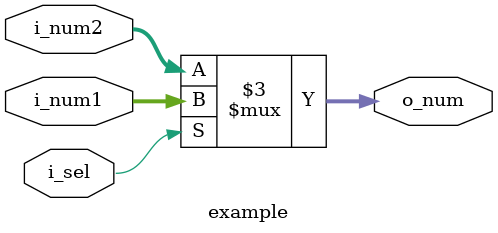
<source format=v>
module example(
    input      [3 : 0] i_num1,
    input      [3 : 0] i_num2,
    input              i_sel,
    output reg [3 : 0] o_num
);

    always @(*) begin
        if (i_sel) begin
            o_num= i_num1;
        end
        else begin
            o_num = i_num2;
        end
    end

endmodule

</source>
